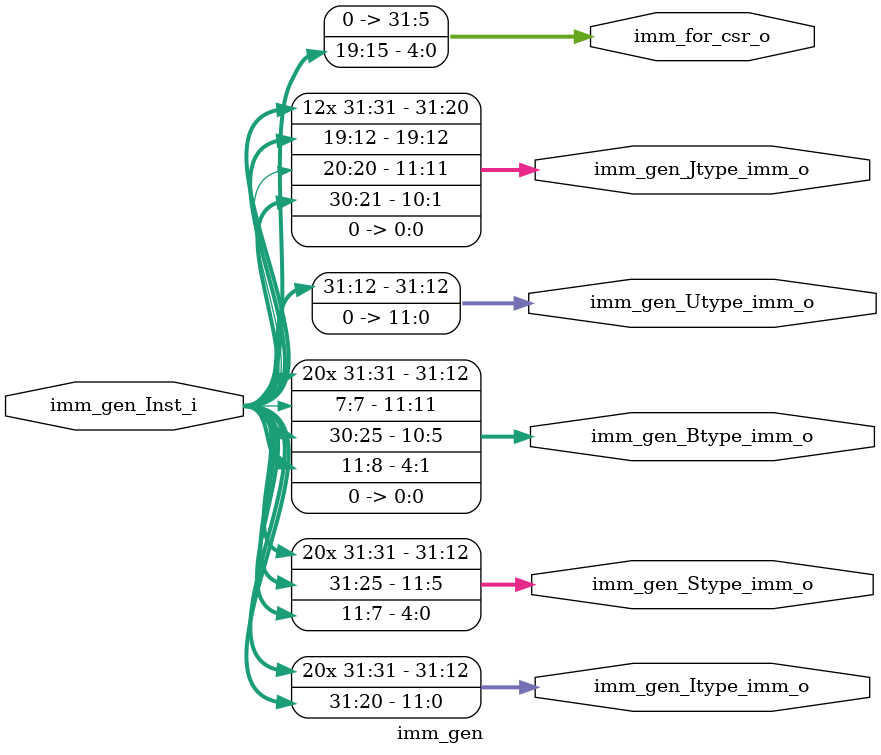
<source format=sv>
`include "RISV_def.svh"
module imm_gen
       (
           input [31:0]imm_gen_Inst_i,
           output reg[31:0]imm_gen_Itype_imm_o,
           output reg[31:0]imm_gen_Stype_imm_o,
           output reg[31:0]imm_gen_Btype_imm_o,
           output reg[31:0]imm_gen_Utype_imm_o,
           output reg[31:0]imm_gen_Jtype_imm_o,
           output reg[31:0]imm_for_csr_o
       );

//sign extension and generate Imm for each Inst.
always_comb
begin
    imm_gen_Itype_imm_o={{20{imm_gen_Inst_i[31]}},imm_gen_Inst_i[31:20]}; //12bit
    imm_gen_Stype_imm_o={{20{imm_gen_Inst_i[31]}},imm_gen_Inst_i[31:25],imm_gen_Inst_i[11:7]}; //12bit
    imm_gen_Btype_imm_o={{19{imm_gen_Inst_i[31]}}, imm_gen_Inst_i[31], imm_gen_Inst_i[7], imm_gen_Inst_i[30:25], imm_gen_Inst_i[11:8], 1'b0}; //12bit
    imm_gen_Utype_imm_o={imm_gen_Inst_i[31:12],12'b0};  //20bit
    imm_gen_Jtype_imm_o={{12{imm_gen_Inst_i[31]}}, imm_gen_Inst_i[19:12], imm_gen_Inst_i[20], imm_gen_Inst_i[30:21],1'b0}; //20bit
    imm_for_csr_o={27'd0,imm_gen_Inst_i[19:15]};
end



endmodule

</source>
